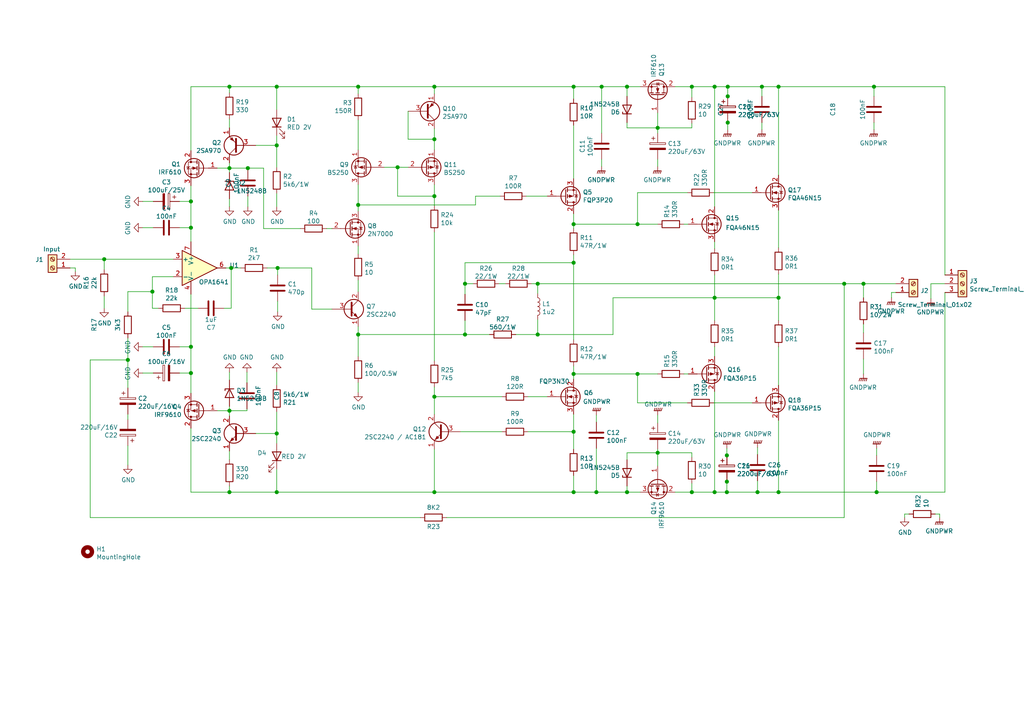
<source format=kicad_sch>
(kicad_sch (version 20211123) (generator eeschema)
  (paper "A4")
  (title_block (title "Q17") (date "2021-03-31") (rev "1") (company "by eng. Tiberiu Vicol") (comment 4 "Q17-2f a QUAD405 audiophile approach"))
  (junction (at 55.372 100.584) (diameter 1.016))
  (junction (at 80.264 42.164) (diameter 1.016))
  (junction (at 103.886 97.028) (diameter 1.016))
  (junction (at 66.548 119.126) (diameter 1.016))
  (junction (at 166.37 142.748) (diameter 1.016))
  (junction (at 66.548 142.748) (diameter 1.016))
  (junction (at 200.66 25.146) (diameter 1.016))
  (junction (at 125.984 115.062) (diameter 1.016))
  (junction (at 211.074 27.94) (diameter 1.016))
  (junction (at 55.372 108.204) (diameter 1.016))
  (junction (at 225.806 25.146) (diameter 1.016))
  (junction (at 250.444 82.296) (diameter 1.016))
  (junction (at 67.056 77.724) (diameter 1.016))
  (junction (at 125.984 25.146) (diameter 1.016))
  (junction (at 184.912 65.024) (diameter 1.016))
  (junction (at 37.084 104.394) (diameter 1.016))
  (junction (at 134.874 97.028) (diameter 1.016))
  (junction (at 244.856 82.296) (diameter 1.016))
  (junction (at 134.874 82.296) (diameter 1.016))
  (junction (at 80.264 25.146) (diameter 1.016))
  (junction (at 181.864 142.748) (diameter 1.016))
  (junction (at 253.492 25.146) (diameter 1.016))
  (junction (at 80.518 77.724) (diameter 1.016))
  (junction (at 125.984 142.748) (diameter 1.016))
  (junction (at 166.37 65.024) (diameter 1.016))
  (junction (at 44.196 84.582) (diameter 1.016))
  (junction (at 80.264 142.748) (diameter 1.016))
  (junction (at 174.498 25.146) (diameter 1.016))
  (junction (at 225.806 142.748) (diameter 1.016))
  (junction (at 211.074 25.146) (diameter 1.016))
  (junction (at 211.074 35.56) (diameter 1.016))
  (junction (at 166.37 76.2) (diameter 1.016))
  (junction (at 166.37 125.222) (diameter 1.016))
  (junction (at 155.956 97.028) (diameter 1.016))
  (junction (at 200.66 142.748) (diameter 1.016))
  (junction (at 207.264 86.36) (diameter 1.016))
  (junction (at 71.882 48.768) (diameter 1.016))
  (junction (at 115.316 48.514) (diameter 1.016))
  (junction (at 225.806 86.36) (diameter 1.016))
  (junction (at 55.372 58.42) (diameter 1.016))
  (junction (at 220.98 25.146) (diameter 1.016))
  (junction (at 166.37 25.146) (diameter 1.016))
  (junction (at 80.264 125.73) (diameter 1.016))
  (junction (at 190.754 37.084) (diameter 1.016))
  (junction (at 103.886 59.436) (diameter 1.016))
  (junction (at 210.82 139.7) (diameter 1.016))
  (junction (at 166.37 108.458) (diameter 1.016))
  (junction (at 210.82 142.748) (diameter 1.016))
  (junction (at 66.548 25.146) (diameter 1.016))
  (junction (at 184.912 108.458) (diameter 1.016))
  (junction (at 181.864 25.146) (diameter 1.016))
  (junction (at 172.974 142.748) (diameter 1.016))
  (junction (at 103.886 25.146) (diameter 1.016))
  (junction (at 30.226 75.184) (diameter 1.016))
  (junction (at 125.984 40.386) (diameter 1.016))
  (junction (at 219.71 142.748) (diameter 1.016))
  (junction (at 210.82 132.08) (diameter 1.016))
  (junction (at 207.264 142.748) (diameter 1.016))
  (junction (at 190.754 131.318) (diameter 1.016))
  (junction (at 55.372 66.04) (diameter 1.016))
  (junction (at 207.264 25.146) (diameter 1.016))
  (junction (at 125.984 56.896) (diameter 1.016))
  (junction (at 66.548 48.768) (diameter 1.016))
  (junction (at 155.956 82.296) (diameter 1.016))
  (junction (at 254.254 142.748) (diameter 1.016))
  (wire (pts (xy 220.98 35.56) (xy 220.98 37.592)))
  (wire (pts (xy 80.518 77.724) (xy 90.424 77.724)))
  (wire (pts (xy 166.37 73.914) (xy 166.37 76.2)))
  (wire (pts (xy 74.168 42.164) (xy 80.264 42.164)))
  (wire (pts (xy 80.264 42.164) (xy 80.264 39.37)))
  (wire (pts (xy 125.984 25.146) (xy 103.886 25.146)))
  (wire (pts (xy 125.984 25.146) (xy 166.37 25.146)))
  (wire (pts (xy 200.66 131.318) (xy 190.754 131.318)))
  (wire (pts (xy 200.66 132.588) (xy 200.66 131.318)))
  (wire (pts (xy 66.548 34.544) (xy 66.548 37.084)))
  (wire (pts (xy 190.754 120.396) (xy 190.754 122.682)))
  (wire (pts (xy 37.084 121.666) (xy 37.084 120.142)))
  (wire (pts (xy 37.084 134.874) (xy 37.084 129.286)))
  (wire (pts (xy 71.882 48.768) (xy 76.454 48.768)))
  (wire (pts (xy 76.454 66.294) (xy 76.454 48.768)))
  (wire (pts (xy 87.122 66.294) (xy 76.454 66.294)))
  (wire (pts (xy 96.266 66.294) (xy 94.742 66.294)))
  (wire (pts (xy 20.32 77.724) (xy 21.844 77.724)))
  (wire (pts (xy 21.844 77.724) (xy 21.844 78.74)))
  (wire (pts (xy 200.66 25.146) (xy 200.66 28.194)))
  (wire (pts (xy 37.084 98.044) (xy 37.084 104.394)))
  (wire (pts (xy 37.084 104.394) (xy 37.084 112.522)))
  (wire (pts (xy 184.912 116.84) (xy 184.912 108.458)))
  (wire (pts (xy 199.39 116.84) (xy 184.912 116.84)))
  (wire (pts (xy 80.264 125.73) (xy 80.264 119.38)))
  (wire (pts (xy 80.264 25.146) (xy 103.886 25.146)))
  (wire (pts (xy 166.37 120.142) (xy 166.37 125.222)))
  (wire (pts (xy 166.37 125.222) (xy 166.37 130.302)))
  (wire (pts (xy 44.196 80.264) (xy 50.292 80.264)))
  (wire (pts (xy 44.196 84.582) (xy 44.196 80.264)))
  (wire (pts (xy 44.196 89.408) (xy 44.196 84.582)))
  (wire (pts (xy 45.974 89.408) (xy 44.196 89.408)))
  (wire (pts (xy 134.874 76.2) (xy 166.37 76.2)))
  (wire (pts (xy 134.874 82.296) (xy 134.874 76.2)))
  (wire (pts (xy 185.674 25.146) (xy 181.864 25.146)))
  (wire (pts (xy 66.548 47.244) (xy 66.548 48.768)))
  (wire (pts (xy 66.548 48.768) (xy 66.548 50.038)))
  (wire (pts (xy 65.024 89.408) (xy 67.056 89.408)))
  (wire (pts (xy 67.056 89.408) (xy 67.056 77.724)))
  (wire (pts (xy 190.754 46.228) (xy 190.754 48.26)))
  (wire (pts (xy 125.984 67.31) (xy 125.984 104.648)))
  (wire (pts (xy 190.754 32.766) (xy 190.754 37.084)))
  (wire (pts (xy 190.754 37.084) (xy 190.754 38.608)))
  (wire (pts (xy 190.754 37.084) (xy 200.66 37.084)))
  (wire (pts (xy 200.66 37.084) (xy 200.66 35.814)))
  (wire (pts (xy 172.974 122.428) (xy 172.974 120.396)))
  (wire (pts (xy 55.372 124.206) (xy 55.372 142.748)))
  (wire (pts (xy 158.75 56.896) (xy 152.654 56.896)))
  (wire (pts (xy 26.162 104.394) (xy 37.084 104.394)))
  (wire (pts (xy 26.162 150.114) (xy 26.162 104.394)))
  (wire (pts (xy 121.92 150.114) (xy 26.162 150.114)))
  (wire (pts (xy 210.82 142.748) (xy 219.71 142.748)))
  (wire (pts (xy 219.71 142.748) (xy 225.806 142.748)))
  (wire (pts (xy 225.806 142.748) (xy 254.254 142.748)))
  (wire (pts (xy 254.254 139.7) (xy 254.254 142.748)))
  (wire (pts (xy 125.984 37.338) (xy 125.984 40.386)))
  (wire (pts (xy 134.874 82.296) (xy 134.874 85.344)))
  (wire (pts (xy 137.16 82.296) (xy 134.874 82.296)))
  (wire (pts (xy 166.37 36.322) (xy 166.37 51.816)))
  (wire (pts (xy 55.372 85.344) (xy 55.372 100.584)))
  (wire (pts (xy 55.372 100.584) (xy 55.372 108.204)))
  (wire (pts (xy 55.372 108.204) (xy 55.372 114.046)))
  (wire (pts (xy 219.71 139.446) (xy 219.71 142.748)))
  (wire (pts (xy 66.548 140.97) (xy 66.548 142.748)))
  (wire (pts (xy 225.806 25.146) (xy 253.492 25.146)))
  (wire (pts (xy 253.492 27.94) (xy 253.492 25.146)))
  (wire (pts (xy 52.07 108.204) (xy 55.372 108.204)))
  (wire (pts (xy 90.424 89.662) (xy 90.424 77.724)))
  (wire (pts (xy 96.266 89.662) (xy 90.424 89.662)))
  (wire (pts (xy 207.264 86.36) (xy 225.806 86.36)))
  (wire (pts (xy 144.78 82.296) (xy 146.558 82.296)))
  (wire (pts (xy 154.178 82.296) (xy 155.956 82.296)))
  (wire (pts (xy 155.956 85.09) (xy 155.956 82.296)))
  (wire (pts (xy 274.066 142.748) (xy 254.254 142.748)))
  (wire (pts (xy 258.572 84.836) (xy 259.842 84.836)))
  (wire (pts (xy 258.572 86.36) (xy 258.572 84.836)))
  (wire (pts (xy 55.372 53.848) (xy 55.372 58.42)))
  (wire (pts (xy 55.372 58.42) (xy 55.372 66.04)))
  (wire (pts (xy 55.372 66.04) (xy 55.372 70.104)))
  (wire (pts (xy 125.984 115.062) (xy 145.542 115.062)))
  (wire (pts (xy 153.162 115.062) (xy 158.75 115.062)))
  (wire (pts (xy 244.856 82.296) (xy 244.856 150.114)))
  (wire (pts (xy 244.856 150.114) (xy 129.54 150.114)))
  (wire (pts (xy 52.07 66.04) (xy 55.372 66.04)))
  (wire (pts (xy 149.606 97.028) (xy 155.956 97.028)))
  (wire (pts (xy 155.956 92.71) (xy 155.956 97.028)))
  (wire (pts (xy 198.374 65.024) (xy 199.644 65.024)))
  (wire (pts (xy 198.374 108.458) (xy 199.644 108.458)))
  (wire (pts (xy 41.402 66.04) (xy 44.45 66.04)))
  (wire (pts (xy 174.498 25.146) (xy 166.37 25.146)))
  (wire (pts (xy 181.864 25.146) (xy 174.498 25.146)))
  (wire (pts (xy 200.66 25.146) (xy 195.834 25.146)))
  (wire (pts (xy 207.264 25.146) (xy 200.66 25.146)))
  (wire (pts (xy 207.264 59.944) (xy 207.264 25.146)))
  (wire (pts (xy 166.37 25.146) (xy 166.37 28.702)))
  (wire (pts (xy 71.628 118.618) (xy 71.628 119.126)))
  (wire (pts (xy 71.628 119.126) (xy 66.548 119.126)))
  (wire (pts (xy 184.912 55.88) (xy 184.912 65.024)))
  (wire (pts (xy 199.39 55.88) (xy 184.912 55.88)))
  (wire (pts (xy 155.956 97.028) (xy 177.8 97.028)))
  (wire (pts (xy 177.8 86.36) (xy 207.264 86.36)))
  (wire (pts (xy 177.8 97.028) (xy 177.8 86.36)))
  (wire (pts (xy 200.66 140.208) (xy 200.66 142.748)))
  (wire (pts (xy 207.264 70.104) (xy 207.264 72.136)))
  (wire (pts (xy 207.264 79.756) (xy 207.264 86.36)))
  (wire (pts (xy 207.264 86.36) (xy 207.264 92.964)))
  (wire (pts (xy 207.264 100.584) (xy 207.264 103.378)))
  (wire (pts (xy 125.984 112.268) (xy 125.984 115.062)))
  (wire (pts (xy 133.604 125.222) (xy 145.542 125.222)))
  (wire (pts (xy 153.162 125.222) (xy 166.37 125.222)))
  (wire (pts (xy 274.066 84.836) (xy 274.066 142.748)))
  (wire (pts (xy 66.548 110.236) (xy 66.548 107.95)))
  (wire (pts (xy 41.402 100.584) (xy 44.45 100.584)))
  (wire (pts (xy 166.37 106.172) (xy 166.37 108.458)))
  (wire (pts (xy 166.37 108.458) (xy 166.37 109.982)))
  (wire (pts (xy 125.984 115.062) (xy 125.984 120.142)))
  (wire (pts (xy 181.864 35.56) (xy 181.864 37.084)))
  (wire (pts (xy 181.864 37.084) (xy 190.754 37.084)))
  (wire (pts (xy 253.492 35.56) (xy 253.492 37.592)))
  (wire (pts (xy 80.264 111.76) (xy 80.264 107.95)))
  (wire (pts (xy 166.37 76.2) (xy 166.37 98.552)))
  (wire (pts (xy 103.886 53.594) (xy 103.886 59.436)))
  (wire (pts (xy 103.886 59.436) (xy 103.886 61.214)))
  (wire (pts (xy 103.886 71.374) (xy 103.886 73.66)))
  (wire (pts (xy 103.886 81.28) (xy 103.886 84.582)))
  (wire (pts (xy 77.47 77.724) (xy 80.518 77.724)))
  (wire (pts (xy 80.518 77.724) (xy 80.518 79.756)))
  (wire (pts (xy 71.882 48.768) (xy 66.548 48.768)))
  (wire (pts (xy 71.882 49.276) (xy 71.882 48.768)))
  (wire (pts (xy 125.984 40.386) (xy 125.984 43.434)))
  (wire (pts (xy 30.226 75.184) (xy 30.226 78.232)))
  (wire (pts (xy 50.292 75.184) (xy 30.226 75.184)))
  (wire (pts (xy 134.874 92.964) (xy 134.874 97.028)))
  (wire (pts (xy 134.874 97.028) (xy 141.986 97.028)))
  (wire (pts (xy 220.98 25.146) (xy 220.98 27.94)))
  (wire (pts (xy 80.264 56.134) (xy 80.264 59.944)))
  (wire (pts (xy 166.37 108.458) (xy 184.912 108.458)))
  (wire (pts (xy 184.912 108.458) (xy 190.754 108.458)))
  (wire (pts (xy 52.07 58.42) (xy 55.372 58.42)))
  (wire (pts (xy 115.316 48.514) (xy 111.506 48.514)))
  (wire (pts (xy 30.226 85.852) (xy 30.226 89.408)))
  (wire (pts (xy 125.984 25.146) (xy 125.984 27.178)))
  (wire (pts (xy 225.806 121.92) (xy 225.806 142.748)))
  (wire (pts (xy 172.974 142.748) (xy 166.37 142.748)))
  (wire (pts (xy 200.66 142.748) (xy 195.834 142.748)))
  (wire (pts (xy 207.264 113.538) (xy 207.264 142.748)))
  (wire (pts (xy 207.264 142.748) (xy 200.66 142.748)))
  (wire (pts (xy 207.01 116.84) (xy 218.186 116.84)))
  (wire (pts (xy 125.984 130.302) (xy 125.984 142.748)))
  (wire (pts (xy 125.984 142.748) (xy 166.37 142.748)))
  (wire (pts (xy 166.37 142.748) (xy 166.37 137.922)))
  (wire (pts (xy 250.444 82.296) (xy 259.842 82.296)))
  (wire (pts (xy 118.364 32.258) (xy 118.364 40.386)))
  (wire (pts (xy 254.254 132.08) (xy 254.254 130.048)))
  (wire (pts (xy 66.548 120.65) (xy 66.548 119.126)))
  (wire (pts (xy 55.372 25.146) (xy 66.548 25.146)))
  (wire (pts (xy 55.372 43.688) (xy 55.372 25.146)))
  (wire (pts (xy 172.974 130.048) (xy 172.974 142.748)))
  (wire (pts (xy 37.084 84.582) (xy 37.084 90.424)))
  (wire (pts (xy 44.196 84.582) (xy 37.084 84.582)))
  (wire (pts (xy 66.548 25.146) (xy 80.264 25.146)))
  (wire (pts (xy 66.548 26.924) (xy 66.548 25.146)))
  (wire (pts (xy 80.264 25.146) (xy 80.264 31.75)))
  (wire (pts (xy 181.864 140.97) (xy 181.864 142.748)))
  (wire (pts (xy 53.594 89.408) (xy 57.404 89.408)))
  (wire (pts (xy 115.316 56.896) (xy 115.316 48.514)))
  (wire (pts (xy 125.984 56.896) (xy 115.316 56.896)))
  (wire (pts (xy 137.922 56.896) (xy 145.034 56.896)))
  (wire (pts (xy 103.886 110.998) (xy 103.886 113.792)))
  (wire (pts (xy 210.82 139.7) (xy 210.82 142.748)))
  (wire (pts (xy 210.82 142.748) (xy 207.264 142.748)))
  (wire (pts (xy 55.372 142.748) (xy 66.548 142.748)))
  (wire (pts (xy 80.264 142.748) (xy 80.264 136.144)))
  (wire (pts (xy 65.532 77.724) (xy 67.056 77.724)))
  (wire (pts (xy 67.056 77.724) (xy 69.85 77.724)))
  (wire (pts (xy 190.754 130.302) (xy 190.754 131.318)))
  (wire (pts (xy 190.754 131.318) (xy 190.754 135.128)))
  (wire (pts (xy 172.974 142.748) (xy 181.864 142.748)))
  (wire (pts (xy 181.864 142.748) (xy 185.674 142.748)))
  (wire (pts (xy 115.316 48.514) (xy 118.364 48.514)))
  (wire (pts (xy 155.956 82.296) (xy 244.856 82.296)))
  (wire (pts (xy 244.856 82.296) (xy 250.444 82.296)))
  (wire (pts (xy 250.444 82.296) (xy 250.444 86.36)))
  (wire (pts (xy 20.32 75.184) (xy 30.226 75.184)))
  (wire (pts (xy 174.498 25.146) (xy 174.498 38.608)))
  (wire (pts (xy 66.548 119.126) (xy 66.548 117.856)))
  (wire (pts (xy 137.922 56.896) (xy 137.922 59.436)))
  (wire (pts (xy 137.922 59.436) (xy 103.886 59.436)))
  (wire (pts (xy 271.272 149.098) (xy 272.542 149.098)))
  (wire (pts (xy 272.542 149.098) (xy 272.542 150.114)))
  (wire (pts (xy 262.382 149.098) (xy 263.652 149.098)))
  (wire (pts (xy 262.382 150.114) (xy 262.382 149.098)))
  (wire (pts (xy 52.07 100.584) (xy 55.372 100.584)))
  (wire (pts (xy 103.886 97.028) (xy 103.886 103.378)))
  (wire (pts (xy 134.874 97.028) (xy 103.886 97.028)))
  (wire (pts (xy 62.992 119.126) (xy 66.548 119.126)))
  (wire (pts (xy 274.066 25.146) (xy 253.492 25.146)))
  (wire (pts (xy 270.002 82.296) (xy 270.002 86.614)))
  (wire (pts (xy 274.066 82.296) (xy 270.002 82.296)))
  (wire (pts (xy 166.37 61.976) (xy 166.37 65.024)))
  (wire (pts (xy 166.37 65.024) (xy 166.37 66.294)))
  (wire (pts (xy 41.402 108.204) (xy 44.45 108.204)))
  (wire (pts (xy 41.402 58.42) (xy 44.45 58.42)))
  (wire (pts (xy 80.264 125.73) (xy 80.264 128.524)))
  (wire (pts (xy 80.264 142.748) (xy 125.984 142.748)))
  (wire (pts (xy 274.066 25.146) (xy 274.066 79.756)))
  (wire (pts (xy 80.264 42.164) (xy 80.264 48.514)))
  (wire (pts (xy 71.882 59.944) (xy 71.882 56.896)))
  (wire (pts (xy 181.864 131.318) (xy 190.754 131.318)))
  (wire (pts (xy 181.864 133.35) (xy 181.864 131.318)))
  (wire (pts (xy 66.548 57.658) (xy 66.548 59.944)))
  (wire (pts (xy 219.71 131.826) (xy 219.71 129.794)))
  (wire (pts (xy 125.984 53.594) (xy 125.984 56.896)))
  (wire (pts (xy 125.984 56.896) (xy 125.984 59.69)))
  (wire (pts (xy 225.806 25.146) (xy 225.806 50.8)))
  (wire (pts (xy 71.628 107.95) (xy 71.628 110.998)))
  (wire (pts (xy 74.168 125.73) (xy 80.264 125.73)))
  (wire (pts (xy 250.444 104.14) (xy 250.444 108.458)))
  (wire (pts (xy 207.01 55.88) (xy 218.186 55.88)))
  (wire (pts (xy 62.992 48.768) (xy 66.548 48.768)))
  (wire (pts (xy 80.518 87.376) (xy 80.518 90.424)))
  (wire (pts (xy 225.806 60.96) (xy 225.806 71.882)))
  (wire (pts (xy 225.806 79.502) (xy 225.806 86.36)))
  (wire (pts (xy 225.806 86.36) (xy 225.806 92.964)))
  (wire (pts (xy 225.806 100.584) (xy 225.806 111.76)))
  (wire (pts (xy 250.444 93.98) (xy 250.444 96.52)))
  (wire (pts (xy 211.074 35.56) (xy 211.074 37.592)))
  (wire (pts (xy 181.864 25.146) (xy 181.864 27.94)))
  (wire (pts (xy 166.37 65.024) (xy 184.912 65.024)))
  (wire (pts (xy 184.912 65.024) (xy 190.754 65.024)))
  (wire (pts (xy 103.886 94.742) (xy 103.886 97.028)))
  (wire (pts (xy 174.498 46.228) (xy 174.498 48.26)))
  (wire (pts (xy 66.548 142.748) (xy 80.264 142.748)))
  (wire (pts (xy 210.82 132.08) (xy 210.82 130.048)))
  (wire (pts (xy 103.886 34.798) (xy 103.886 43.434)))
  (wire (pts (xy 125.984 40.386) (xy 118.364 40.386)))
  (wire (pts (xy 211.074 25.146) (xy 207.264 25.146)))
  (wire (pts (xy 211.074 25.146) (xy 220.98 25.146)))
  (wire (pts (xy 211.074 27.94) (xy 211.074 25.146)))
  (wire (pts (xy 220.98 25.146) (xy 225.806 25.146)))
  (wire (pts (xy 66.548 133.35) (xy 66.548 130.81)))
  (wire (pts (xy 103.886 25.146) (xy 103.886 27.178)))
  (symbol (lib_id "Device:Q_NPN_ECB") (at 128.524 125.222 0) (mirror y) (unit 1)
    (property "Reference" "Q12" (at 123.6726 124.4611 0) (effects (justify left)))
    (property "Value" "2SC2240 / AC181" (at 123.6726 126.7598 0) (effects (justify left)))
    (property "Footprint" "Package_TO_SOT_THT:TO-92" (effects hide))
  )
  (symbol (lib_id "Device:R") (at 166.37 134.112 0) (unit 1)
    (property "Reference" "R13" (at 168.1481 132.9626 0) (effects (justify left)))
    (property "Value" "10R" (at 168.1481 135.2613 0) (effects (justify left)))
    (property "Footprint" "Resistor_THT:R_Axial_DIN0207_L6.3mm_D2.5mm_P10.16mm_Horizontal" (effects hide))
  )
  (symbol (lib_id "Device:C_Polarized") (at 211.074 31.75 0) (unit 1)
    (property "Reference" "C20" (at 213.9951 30.9891 0) (effects (justify left)))
    (property "Value" "2200uF/63V" (at 213.9951 33.2878 0) (effects (justify left)))
    (property "Footprint" "Capacitor_THT:CP_Radial_D22.0mm_P10.00mm_SnapIn" (effects hide))
  )
  (symbol (lib_id "power:GND") (at 30.226 89.408 0) (unit 1)
    (property "Reference" "#PWR0113" (effects hide))
    (property "Value" "GND" (at 30.3403 93.7324 0))
  )
  (symbol (lib_id "Device:C_Polarized") (at 210.82 135.89 0) (unit 1)
    (property "Reference" "C21" (at 213.7411 135.1291 0) (effects (justify left)))
    (property "Value" "2200uF/63V" (at 213.7411 137.4278 0) (effects (justify left)))
    (property "Footprint" "Capacitor_THT:CP_Radial_D22.0mm_P10.00mm_SnapIn" (effects hide))
  )
  (symbol (lib_id "Device:Q_PNP_ECB") (at 123.444 32.258 0) (mirror x) (unit 1)
    (property "Reference" "Q10" (at 128.2955 31.4971 0) (effects (justify left)))
    (property "Value" "2SA970" (at 128.2955 33.7958 0) (effects (justify left)))
    (property "Footprint" "Package_TO_SOT_THT:TO-92" (effects hide))
  )
  (symbol (lib_id "Device:R") (at 250.444 90.17 0) (unit 1)
    (property "Reference" "R31" (at 252.2221 89.0206 0) (effects (justify left)))
    (property "Value" "10/2W" (at 252.222 91.319 0) (effects (justify left)))
    (property "Footprint" "Resistor_THT:R_Axial_DIN0309_L9.0mm_D3.2mm_P12.70mm_Horizontal" (effects hide))
  )
  (symbol (lib_id "Device:C") (at 48.26 66.04 90) (unit 1)
    (property "Reference" "C4" (at 48.26 60.4478 90))
    (property "Value" "100nF" (at 48.26 62.7465 90))
    (property "Footprint" "Capacitor_THT:C_Disc_D7.5mm_W2.5mm_P5.00mm" (effects hide))
    (property "Datasheet" "https://ro.mouser.com/datasheet/2/212/1/KEM_F3101_R82-1103738.pdf" (effects hide))
    (property "Spice_Primitive" "C" (effects hide))
    (property "Spice_Model" "100n" (effects hide))
    (property "Spice_Netlist_Enabled" "Y" (effects hide))
  )
  (symbol (lib_name "Connector:Screw_Terminal_01x02_1") (lib_id "Connector:Screw_Terminal_01x02") (at 264.922 84.836 0) (mirror x) (unit 1)
    (property "Reference" "J2" (at 266.9541 84.3269 0) (effects (justify left)))
    (property "Value" "Screw_Terminal_01x02" (at 260.3501 88.3782 0) (effects (justify left)))
    (property "Footprint" "Connector_AMASS:AMASS_XT30U-F_1x02_P5.0mm_Vertical" (effects hide))
  )
  (symbol (lib_id "power:GND") (at 37.084 134.874 0) (unit 1)
    (property "Reference" "#PWR0107" (effects hide))
    (property "Value" "GND" (at 37.1983 139.1984 0))
  )
  (symbol (lib_id "Device:R") (at 73.66 77.724 90) (unit 1)
    (property "Reference" "R1" (at 73.66 72.4978 90))
    (property "Value" "2k7" (at 73.66 74.7965 90))
    (property "Footprint" "Resistor_THT:R_Axial_DIN0207_L6.3mm_D2.5mm_P10.16mm_Horizontal" (effects hide))
  )
  (symbol (lib_id "power:GNDPWR") (at 190.754 120.396 180) (unit 1)
    (property "Reference" "#PWR0121" (effects hide))
    (property "Value" "GNDPWR" (at 190.881 117.255 0))
  )
  (symbol (lib_id "Device:C") (at 172.974 126.238 0) (unit 1)
    (property "Reference" "C12" (at 175.8951 125.4771 0) (effects (justify left)))
    (property "Value" "100nF" (at 175.8951 127.7758 0) (effects (justify left)))
    (property "Footprint" "Capacitor_THT:C_Disc_D7.5mm_W2.5mm_P5.00mm" (effects hide))
    (property "Datasheet" "https://ro.mouser.com/datasheet/2/212/1/KEM_F3101_R82-1103738.pdf" (effects hide))
    (property "Spice_Primitive" "C" (effects hide))
    (property "Spice_Model" "100n" (effects hide))
    (property "Spice_Netlist_Enabled" "Y" (effects hide))
  )
  (symbol (lib_id "Device:R") (at 166.37 70.104 0) (unit 1)
    (property "Reference" "R11" (at 168.1481 68.9546 0) (effects (justify left)))
    (property "Value" "47R/1W" (at 168.1481 71.2533 0) (effects (justify left)))
    (property "Footprint" "Resistor_THT:R_Axial_DIN0411_L9.9mm_D3.6mm_P12.70mm_Horizontal" (effects hide))
  )
  (symbol (lib_id "Device:R") (at 149.352 125.222 90) (unit 1)
    (property "Reference" "R9" (at 149.352 119.9958 90))
    (property "Value" "100R" (at 149.352 122.295 90))
    (property "Footprint" "Resistor_THT:R_Axial_DIN0207_L6.3mm_D2.5mm_P10.16mm_Horizontal" (effects hide))
  )
  (symbol (lib_id "Device:R") (at 80.264 115.57 0) (mirror x) (unit 1)
    (property "Reference" "R21" (at 82.0421 116.7194 0) (effects (justify left)))
    (property "Value" "5k6/1W" (at 82.042 114.421 0) (effects (justify left)))
    (property "Footprint" "Resistor_THT:R_Axial_DIN0207_L6.3mm_D2.5mm_P10.16mm_Horizontal" (effects hide))
  )
  (symbol (lib_id "Device:LED") (at 80.264 35.56 90) (unit 1)
    (property "Reference" "D1" (at 83.1851 34.6011 90) (effects (justify right)))
    (property "Value" "RED 2V" (at 83.1851 36.8998 90) (effects (justify right)))
    (property "Footprint" "LED_THT:LED_D5.0mm_Clear" (effects hide))
  )
  (symbol (lib_id "Device:Q_NPN_ECB") (at 69.088 125.73 0) (mirror y) (unit 1)
    (property "Reference" "Q3" (at 64.2366 124.9691 0) (effects (justify left)))
    (property "Value" "2SC2240" (at 64.2366 127.2678 0) (effects (justify left)))
    (property "Footprint" "Package_TO_SOT_THT:TO-92" (effects hide))
  )
  (symbol (lib_id "Device:C_Polarized") (at 210.82 135.89 0) (unit 1)
    (property "Reference" "C16" (at 213.7411 135.1291 0) (effects (justify left)))
    (property "Value" "2200uF/63V" (at 213.7411 137.4278 0) (effects (justify left)))
    (property "Footprint" "Capacitor_THT:CP_Radial_D18.0mm_P7.50mm" (effects hide))
  )
  (symbol (lib_id "Device:R") (at 194.564 108.458 90) (unit 1)
    (property "Reference" "R15" (at 193.4146 106.6799 0) (effects (justify left)))
    (property "Value" "330R" (at 195.7133 106.6799 0) (effects (justify left)))
    (property "Footprint" "Resistor_THT:R_Axial_DIN0207_L6.3mm_D2.5mm_P10.16mm_Horizontal" (effects hide))
  )
  (symbol (lib_id "power:GNDPWR") (at 172.974 120.396 180) (unit 1)
    (property "Reference" "#PWR0120" (effects hide))
    (property "Value" "GNDPWR" (at 173.101 116.478 0))
  )
  (symbol (lib_id "Device:C") (at 174.498 42.418 180) (unit 1)
    (property "Reference" "C11" (at 168.9058 42.418 90))
    (property "Value" "100nF" (at 171.2045 42.418 90))
    (property "Footprint" "Capacitor_THT:C_Disc_D7.5mm_W2.5mm_P5.00mm" (effects hide))
    (property "Datasheet" "https://ro.mouser.com/datasheet/2/212/1/KEM_F3101_R82-1103738.pdf" (effects hide))
    (property "Spice_Primitive" "C" (effects hide))
    (property "Spice_Model" "100n" (effects hide))
    (property "Spice_Netlist_Enabled" "Y" (effects hide))
  )
  (symbol (lib_id "Device:C") (at 220.98 31.75 180) (unit 1)
    (property "Reference" "C27" (at 209.0378 31.75 90))
    (property "Value" "100nF" (at 217.6865 31.75 90))
    (property "Footprint" "Capacitor_THT:C_Disc_D7.5mm_W2.5mm_P5.00mm" (effects hide))
    (property "Datasheet" "https://ro.mouser.com/datasheet/2/212/1/KEM_F3101_R82-1103738.pdf" (effects hide))
    (property "Spice_Primitive" "C" (effects hide))
    (property "Spice_Model" "100n" (effects hide))
    (property "Spice_Netlist_Enabled" "Y" (effects hide))
  )
  (symbol (lib_id "power:GND") (at 262.382 150.114 0) (unit 1)
    (property "Reference" "#PWR0124" (effects hide))
    (property "Value" "GND" (at 262.4963 154.4384 0))
  )
  (symbol (lib_id "power:GNDPWR") (at 270.002 86.614 0) (unit 1)
    (property "Reference" "#PWR0128" (effects hide))
    (property "Value" "GNDPWR" (at 269.875 90.532 0))
  )
  (symbol (lib_id "Device:C") (at 71.882 53.086 180) (unit 1)
    (property "Reference" "C9" (at 66.2898 53.086 90))
    (property "Value" "100nF" (at 68.5885 53.086 90))
    (property "Footprint" "Capacitor_THT:C_Disc_D7.5mm_W2.5mm_P5.00mm" (effects hide))
    (property "Datasheet" "https://ro.mouser.com/datasheet/2/212/1/KEM_F3101_R82-1103738.pdf" (effects hide))
    (property "Spice_Primitive" "C" (effects hide))
    (property "Spice_Model" "100n" (effects hide))
    (property "Spice_Netlist_Enabled" "Y" (effects hide))
  )
  (symbol (lib_id "power:GND") (at 21.844 78.74 0) (unit 1)
    (property "Reference" "#PWR0114" (effects hide))
    (property "Value" "GND" (at 21.9583 83.0644 0))
  )
  (symbol (lib_id "power:GNDPWR") (at 219.71 129.794 180) (unit 1)
    (property "Reference" "#PWR0132" (effects hide))
    (property "Value" "GNDPWR" (at 219.837 125.876 0))
  )
  (symbol (lib_id "Device:LED") (at 80.264 132.334 270) (mirror x) (unit 1)
    (property "Reference" "D4" (at 77.3429 131.3751 90) (effects (justify right)))
    (property "Value" "RED 2V" (at 88.7729 132.4038 90) (effects (justify right)))
    (property "Footprint" "LED_THT:LED_D5.0mm_Clear" (effects hide))
  )
  (symbol (lib_id "Device:R") (at 194.564 65.024 90) (unit 1)
    (property "Reference" "R14" (at 193.4146 63.2459 0) (effects (justify left)))
    (property "Value" "330R" (at 195.7133 63.2459 0) (effects (justify left)))
    (property "Footprint" "Resistor_THT:R_Axial_DIN0207_L6.3mm_D2.5mm_P10.16mm_Horizontal" (effects hide))
  )
  (symbol (lib_id "Device:R") (at 203.2 55.88 90) (unit 1)
    (property "Reference" "R22" (at 202.0506 54.1019 0) (effects (justify left)))
    (property "Value" "330R" (at 204.3493 54.1019 0) (effects (justify left)))
    (property "Footprint" "Resistor_THT:R_Axial_DIN0207_L6.3mm_D2.5mm_P10.16mm_Horizontal" (effects hide))
  )
  (symbol (lib_id "Device:R") (at 166.37 32.512 0) (unit 1)
    (property "Reference" "R10" (at 168.1481 31.3626 0) (effects (justify left)))
    (property "Value" "10R" (at 168.1481 33.6613 0) (effects (justify left)))
    (property "Footprint" "Resistor_THT:R_Axial_DIN0207_L6.3mm_D2.5mm_P10.16mm_Horizontal" (effects hide))
  )
  (symbol (lib_id "power:GNDPWR") (at 210.82 130.048 180) (unit 1)
    (property "Reference" "#PWR0125" (effects hide))
    (property "Value" "GNDPWR" (at 210.947 126.13 0))
  )
  (symbol (lib_id "Device:R") (at 140.97 82.296 90) (unit 1)
    (property "Reference" "R26" (at 140.97 77.8468 90))
    (property "Value" "22/1W" (at 140.97 80.1455 90))
    (property "Footprint" "Resistor_THT:R_Axial_DIN0207_L6.3mm_D2.5mm_P10.16mm_Horizontal" (effects hide))
  )
  (symbol (lib_id "Device:D_Zener") (at 181.864 31.75 90) (unit 1)
    (property "Reference" "D6" (at 179.8319 32.5109 90) (effects (justify left)))
    (property "Value" "1N5245B" (at 179.8319 30.2122 90) (effects (justify left)))
    (property "Footprint" "Diode_THT:D_DO-35_SOD27_P7.62mm_Horizontal" (effects hide))
  )
  (symbol (lib_id "Device:R") (at 30.226 82.042 180) (unit 1)
    (property "Reference" "R16" (at 24.9998 82.042 90))
    (property "Value" "22k" (at 27.2985 82.042 90))
    (property "Footprint" "Resistor_THT:R_Axial_DIN0207_L6.3mm_D2.5mm_P10.16mm_Horizontal" (effects hide))
  )
  (symbol (lib_id "power:GNDPWR") (at 211.074 37.592 0) (unit 1)
    (property "Reference" "#PWR0118" (effects hide))
    (property "Value" "GNDPWR" (at 210.947 41.51 0))
  )
  (symbol (lib_id "Device:Q_NPN_ECB") (at 101.346 89.662 0) (unit 1)
    (property "Reference" "Q7" (at 106.1975 88.9011 0) (effects (justify left)))
    (property "Value" "2SC2240" (at 106.1975 91.1998 0) (effects (justify left)))
    (property "Footprint" "Package_TO_SOT_THT:TO-92" (effects hide))
  )
  (symbol (lib_id "Device:C_Polarized") (at 37.084 125.476 180) (unit 1)
    (property "Reference" "C22" (at 34.1629 126.2369 0) (effects (justify left)))
    (property "Value" "220uF/16V" (at 34.1629 123.9382 0) (effects (justify left)))
    (property "Footprint" "Capacitor_THT:C_Radial_D10.0mm_H12.5mm_P5.00mm" (effects hide))
  )
  (symbol (lib_id "Device:C") (at 61.214 89.408 270) (unit 1)
    (property "Reference" "C7" (at 61.214 95.0002 90))
    (property "Value" "1uF" (at 61.214 92.7015 90))
    (property "Footprint" "Capacitor_THT:CP_Axial_L26.5mm_D20.0mm_P33.00mm_Horizontal" (effects hide))
  )
  (symbol (lib_id "Device:C_Polarized") (at 48.26 108.204 90) (unit 1)
    (property "Reference" "C6" (at 48.26 102.6118 90))
    (property "Value" "100uF/16V" (at 48.26 104.9105 90))
    (property "Footprint" "Capacitor_THT:C_Radial_D10.0mm_H12.5mm_P5.00mm" (effects hide))
  )
  (symbol (lib_id "Device:Q_NMOS_GDS") (at 204.724 65.024 0) (unit 1)
    (property "Reference" "Q15" (at 210.4391 63.2471 0) (effects (justify left)))
    (property "Value" "FQA46N15" (at 210.4391 66.0538 0) (effects (justify left)))
    (property "Footprint" "Package_TO_SOT_THT:TO-3P-3_Horizontal_TabDown" (effects hide))
  )
  (symbol (lib_id "Device:C_Polarized") (at 190.754 42.418 0) (unit 1)
    (property "Reference" "C13" (at 193.6751 41.6571 0) (effects (justify left)))
    (property "Value" "220uF/63V" (at 193.6751 43.9558 0) (effects (justify left)))
    (property "Footprint" "Capacitor_THT:CP_Radial_D10.0mm_P5.00mm_P7.50mm" (effects hide))
  )
  (symbol (lib_id "Device:L") (at 155.956 88.9 0) (unit 1)
    (property "Reference" "L1" (at 157.2261 88.1391 0) (effects (justify left)))
    (property "Value" "1u2" (at 157.2261 90.4378 0) (effects (justify left)))
    (property "Footprint" "L:L_new" (effects hide))
  )
  (symbol (lib_id "Device:R") (at 66.548 30.734 0) (unit 1)
    (property "Reference" "R19" (at 68.3261 29.5846 0) (effects (justify left)))
    (property "Value" "330" (at 68.326 31.883 0) (effects (justify left)))
    (property "Footprint" "Resistor_THT:R_Axial_DIN0207_L6.3mm_D2.5mm_P10.16mm_Horizontal" (effects hide))
  )
  (symbol (lib_id "Device:C_Polarized") (at 37.084 116.332 0) (unit 1)
    (property "Reference" "C2" (at 40.0051 115.5711 0) (effects (justify left)))
    (property "Value" "220uF/16V" (at 40.0051 117.8698 0) (effects (justify left)))
    (property "Footprint" "Capacitor_THT:C_Radial_D10.0mm_H12.5mm_P5.00mm" (effects hide))
  )
  (symbol (lib_id "Device:R") (at 145.796 97.028 90) (unit 1)
    (property "Reference" "R27" (at 145.796 92.5788 90))
    (property "Value" "560/1W" (at 145.796 94.8775 90))
    (property "Footprint" "Resistor_THT:R_Axial_DIN0207_L6.3mm_D2.5mm_P10.16mm_Horizontal" (effects hide))
  )
  (symbol (lib_id "Device:R") (at 166.37 102.362 0) (unit 1)
    (property "Reference" "R12" (at 168.1481 101.2126 0) (effects (justify left)))
    (property "Value" "47R/1W" (at 168.1481 103.5113 0) (effects (justify left)))
    (property "Footprint" "Resistor_THT:R_Axial_DIN0411_L9.9mm_D3.6mm_P12.70mm_Horizontal" (effects hide))
  )
  (symbol (lib_id "Device:C") (at 80.518 83.566 0) (unit 1)
    (property "Reference" "C1" (at 83.4391 82.4166 0) (effects (justify left)))
    (property "Value" "470p" (at 83.4391 84.7153 0) (effects (justify left)))
    (property "Footprint" "Capacitor_THT:C_Disc_D11.0mm_W5.0mm_P7.50mm" (effects hide))
  )
  (symbol (lib_id "Device:R") (at 80.264 52.324 0) (unit 1)
    (property "Reference" "R2" (at 82.0421 51.1746 0) (effects (justify left)))
    (property "Value" "5k6/1W" (at 82.042 53.473 0) (effects (justify left)))
    (property "Footprint" "Resistor_THT:R_Axial_DIN0207_L6.3mm_D2.5mm_P10.16mm_Horizontal" (effects hide))
  )
  (symbol (lib_id "Device:R") (at 207.264 75.946 0) (unit 1)
    (property "Reference" "R34" (at 209.0421 75.1851 0) (effects (justify left)))
    (property "Value" "0R1" (at 209.0421 77.4838 0) (effects (justify left)))
    (property "Footprint" "Resistor_THT:R_Axial_DIN0414_L11.9mm_D4.5mm_P5.08mm_Vertical" (effects hide))
  )
  (symbol (lib_id "power:GND") (at 66.548 59.944 0) (unit 1)
    (property "Reference" "#PWR0110" (effects hide))
    (property "Value" "GND" (at 66.6623 64.2684 0))
  )
  (symbol (lib_id "Device:R") (at 200.66 32.004 0) (unit 1)
    (property "Reference" "R29" (at 202.4381 30.8546 0) (effects (justify left)))
    (property "Value" "10" (at 202.438 33.153 0) (effects (justify left)))
    (property "Footprint" "Resistor_THT:R_Axial_DIN0207_L6.3mm_D2.5mm_P10.16mm_Horizontal" (effects hide))
  )
  (symbol (lib_id "Device:C_Polarized") (at 190.754 126.492 0) (unit 1)
    (property "Reference" "C14" (at 193.6751 125.7311 0) (effects (justify left)))
    (property "Value" "220uF/63V" (at 193.6751 128.0298 0) (effects (justify left)))
    (property "Footprint" "Capacitor_THT:CP_Radial_D10.0mm_P5.00mm_P7.50mm" (effects hide))
  )
  (symbol (lib_id "Device:R") (at 148.844 56.896 90) (unit 1)
    (property "Reference" "R7" (at 148.844 51.6698 90))
    (property "Value" "100R" (at 148.844 53.9685 90))
    (property "Footprint" "Resistor_THT:R_Axial_DIN0207_L6.3mm_D2.5mm_P10.16mm_Horizontal" (effects hide))
  )
  (symbol (lib_id "Transistor_FET:VP0610L") (at 106.426 48.514 180) (unit 1)
    (property "Reference" "Q9" (at 101.219 47.7531 0) (effects (justify left)))
    (property "Value" "BS250" (at 101.219 50.0518 0) (effects (justify left)))
    (property "Footprint" "Package_TO_SOT_THT:TO-92L_Inline" (effects hide))
    (property "Datasheet" "http://www.vishay.com/docs/70209/70209.pdf" (effects hide))
  )
  (symbol (lib_id "power:GND") (at 41.402 58.42 270) (unit 1)
    (property "Reference" "#PWR0109" (effects hide))
    (property "Value" "GND" (at 37.0776 58.5343 0))
  )
  (symbol (lib_id "Device:C") (at 134.874 89.154 0) (unit 1)
    (property "Reference" "C10" (at 137.7951 88.3931 0) (effects (justify left)))
    (property "Value" "47pF" (at 137.7951 90.6918 0) (effects (justify left)))
    (property "Footprint" "Capacitor_THT:C_Disc_D11.0mm_W5.0mm_P7.50mm" (effects hide))
  )
  (symbol (lib_id "Device:R") (at 90.932 66.294 90) (unit 1)
    (property "Reference" "R4" (at 90.932 61.8448 90))
    (property "Value" "100" (at 90.932 64.1435 90))
    (property "Footprint" "Resistor_THT:R_Axial_DIN0207_L6.3mm_D2.5mm_P10.16mm_Horizontal" (effects hide))
  )
  (symbol (lib_id "Device:C_Polarized") (at 211.074 31.75 0) (unit 1)
    (property "Reference" "C15" (at 213.9951 30.9891 0) (effects (justify left)))
    (property "Value" "2200uF/63V" (at 213.9951 33.2878 0) (effects (justify left)))
    (property "Footprint" "Capacitor_THT:CP_Radial_D18.0mm_P7.50mm" (effects hide))
  )
  (symbol (lib_id "Device:R") (at 149.352 115.062 90) (unit 1)
    (property "Reference" "R8" (at 149.352 109.8358 90))
    (property "Value" "120R" (at 149.352 112.1345 90))
    (property "Footprint" "Resistor_THT:R_Axial_DIN0207_L6.3mm_D2.5mm_P10.16mm_Horizontal" (effects hide))
  )
  (symbol (lib_id "Device:R") (at 37.084 94.234 180) (unit 1)
    (property "Reference" "R17" (at 27.2858 94.234 90))
    (property "Value" "3k3" (at 34.1565 94.234 90))
    (property "Footprint" "Resistor_THT:R_Axial_DIN0207_L6.3mm_D2.5mm_P10.16mm_Horizontal" (effects hide))
  )
  (symbol (lib_id "power:GNDPWR") (at 272.542 150.114 0) (unit 1)
    (property "Reference" "#PWR0123" (effects hide))
    (property "Value" "GNDPWR" (at 272.415 154.032 0))
  )
  (symbol (lib_id "power:GND") (at 41.402 108.204 270) (unit 1)
    (property "Reference" "#PWR0111" (effects hide))
    (property "Value" "GND" (at 37.0776 108.3183 0))
  )
  (symbol (lib_id "Device:R") (at 103.886 77.47 0) (unit 1)
    (property "Reference" "R5" (at 105.6641 76.7091 0) (effects (justify left)))
    (property "Value" "10" (at 105.6641 79.0078 0) (effects (justify left)))
    (property "Footprint" "Resistor_THT:R_Axial_DIN0207_L6.3mm_D2.5mm_P10.16mm_Horizontal" (effects hide))
  )
  (symbol (lib_id "Connector:Screw_Terminal_01x02") (at 15.24 77.724 180) (unit 1)
    (property "Reference" "J1" (at 11.43 75.3068 0))
    (property "Value" "Input" (at 14.986 72.2715 0))
    (property "Footprint" "Connector_Stocko:Stocko_MKS_1651-6-0-202_1x2_P2.50mm_Vertical" (effects hide))
  )
  (symbol (lib_id "Device:R") (at 200.66 136.398 0) (unit 1)
    (property "Reference" "R30" (at 202.4381 135.2486 0) (effects (justify left)))
    (property "Value" "10" (at 202.438 137.547 0) (effects (justify left)))
    (property "Footprint" "Resistor_THT:R_Axial_DIN0207_L6.3mm_D2.5mm_P10.16mm_Horizontal" (effects hide))
  )
  (symbol (lib_id "Device:R") (at 103.886 30.988 0) (mirror y) (unit 1)
    (property "Reference" "R3" (at 102.1079 29.8386 0) (effects (justify left)))
    (property "Value" "150R" (at 102.108 32.137 0) (effects (justify left)))
    (property "Footprint" "Resistor_THT:R_Axial_DIN0207_L6.3mm_D2.5mm_P10.16mm_Horizontal" (effects hide))
  )
  (symbol (lib_id "Device:R") (at 125.984 108.458 0) (unit 1)
    (property "Reference" "R25" (at 127.7621 107.3086 0) (effects (justify left)))
    (property "Value" "7k5" (at 127.762 109.607 0) (effects (justify left)))
    (property "Footprint" "Resistor_THT:R_Axial_DIN0207_L6.3mm_D2.5mm_P10.16mm_Horizontal" (effects hide))
  )
  (symbol (lib_id "Amplifier_Operational:OPA1641") (at 57.912 77.724 0) (unit 1)
    (property "Reference" "U1" (at 66.5481 76.9631 0) (effects (justify left)))
    (property "Value" "OPA1641" (at 57.6581 81.8018 0) (effects (justify left)))
    (property "Footprint" "Package_SO:SOIC-8_3.9x4.9mm_P1.27mm" (effects hide))
    (property "Datasheet" "http://www.ti.com/lit/ds/symlink/opa1641.pdf" (effects hide))
  )
  (symbol (lib_id "Transistor_FET:2N7000") (at 101.346 66.294 0) (unit 1)
    (property "Reference" "Q8" (at 106.5531 65.5331 0) (effects (justify left)))
    (property "Value" "2N7000" (at 106.5531 67.8318 0) (effects (justify left)))
    (property "Footprint" "Package_TO_SOT_THT:TO-92_Inline" (effects hide))
    (property "Datasheet" "https://www.onsemi.com/pub/Collateral/NDS7002A-D.PDF" (effects hide))
  )
  (symbol (lib_id "Device:Q_NMOS_GDS") (at 163.83 115.062 0) (unit 1)
    (property "Reference" "Q6" (at 169.2911 113.9126 0) (effects (justify left)))
    (property "Value" "FQP3N30" (at 156.3371 110.6233 0) (effects (justify left)))
    (property "Footprint" "Package_TO_SOT_THT:TO-220-3_Vertical" (effects hide))
  )
  (symbol (lib_id "Device:R") (at 49.784 89.408 90) (unit 1)
    (property "Reference" "R18" (at 49.784 84.1818 90))
    (property "Value" "22k" (at 49.784 86.4805 90))
    (property "Footprint" "Resistor_THT:R_Axial_DIN0207_L6.3mm_D2.5mm_P10.16mm_Horizontal" (effects hide))
  )
  (symbol (lib_id "power:GND") (at 80.264 59.944 0) (unit 1)
    (property "Reference" "#PWR0102" (effects hide))
    (property "Value" "GND" (at 80.3783 64.2684 0))
  )
  (symbol (lib_id "power:GNDPWR") (at 190.754 48.26 0) (unit 1)
    (property "Reference" "#PWR0116" (effects hide))
    (property "Value" "GNDPWR" (at 190.627 52.178 0))
  )
  (symbol (lib_id "Device:R") (at 207.264 96.774 0) (unit 1)
    (property "Reference" "R35" (at 209.0421 96.0131 0) (effects (justify left)))
    (property "Value" "0R1" (at 209.0421 98.3118 0) (effects (justify left)))
    (property "Footprint" "Resistor_THT:R_Axial_DIN0414_L11.9mm_D4.5mm_P5.08mm_Vertical" (effects hide))
  )
  (symbol (lib_id "Device:Q_PMOS_GDS") (at 57.912 119.126 180) (unit 1)
    (property "Reference" "Q4" (at 52.7049 117.9766 0) (effects (justify left)))
    (property "Value" "IRF9610" (at 52.7049 120.2753 0) (effects (justify left)))
    (property "Footprint" "Package_TO_SOT_THT:TO-220-3_Vertical" (effects hide))
  )
  (symbol (lib_id "Mechanical:MountingHole") (at 25.4 160.02 0) (unit 1)
    (property "Reference" "H1" (at 27.9401 159.2591 0) (effects (justify left)))
    (property "Value" "MountingHole" (at 27.9401 161.5578 0) (effects (justify left)))
    (property "Footprint" "MountingHole:MountingHole_3.2mm_M3_Pad_Via" (effects hide))
  )
  (symbol (lib_id "Transistor_FET:VP0610L") (at 123.444 48.514 0) (mirror x) (unit 1)
    (property "Reference" "Q11" (at 128.6511 47.7531 0) (effects (justify left)))
    (property "Value" "BS250" (at 128.6511 50.0518 0) (effects (justify left)))
    (property "Footprint" "Package_TO_SOT_THT:TO-92L_Inline" (effects hide))
    (property "Datasheet" "http://www.vishay.com/docs/70209/70209.pdf" (effects hide))
  )
  (symbol (lib_id "Device:R") (at 103.886 107.188 0) (unit 1)
    (property "Reference" "R6" (at 105.6641 106.0386 0) (effects (justify left)))
    (property "Value" "100/0.5W" (at 105.664 108.337 0) (effects (justify left)))
    (property "Footprint" "Resistor_THT:R_Axial_DIN0207_L6.3mm_D2.5mm_P10.16mm_Horizontal" (effects hide))
  )
  (symbol (lib_id "power:GNDPWR") (at 220.98 37.592 0) (unit 1)
    (property "Reference" "#PWR0131" (effects hide))
    (property "Value" "GNDPWR" (at 220.853 41.51 0))
  )
  (symbol (lib_id "Device:C") (at 219.71 135.636 180) (unit 1)
    (property "Reference" "C26" (at 222.6311 134.8751 0) (effects (justify right)))
    (property "Value" "100nF" (at 222.6311 137.1738 0) (effects (justify right)))
    (property "Footprint" "Capacitor_THT:C_Disc_D7.5mm_W2.5mm_P5.00mm" (effects hide))
    (property "Datasheet" "https://ro.mouser.com/datasheet/2/212/1/KEM_F3101_R82-1103738.pdf" (effects hide))
    (property "Spice_Primitive" "C" (effects hide))
    (property "Spice_Model" "100n" (effects hide))
    (property "Spice_Netlist_Enabled" "Y" (effects hide))
  )
  (symbol (lib_id "power:GND") (at 66.548 107.95 0) (mirror x) (unit 1)
    (property "Reference" "#PWR0104" (effects hide))
    (property "Value" "GND" (at 66.6623 103.6256 0))
  )
  (symbol (lib_id "power:GNDPWR") (at 250.444 108.458 0) (unit 1)
    (property "Reference" "#PWR0122" (effects hide))
    (property "Value" "GNDPWR" (at 250.317 112.376 0))
  )
  (symbol (lib_id "Connector:Screw_Terminal_01x03") (at 279.146 82.296 0) (unit 1)
    (property "Reference" "J3" (at 281.1781 81.5351 0) (effects (justify left)))
    (property "Value" "Screw_Terminal_01x03" (at 281.1781 83.8338 0) (effects (justify left)))
    (property "Footprint" "TerminalBlock:TerminalBlock_Altech_AK300-3_P5.00mm" (effects hide))
  )
  (symbol (lib_id "Device:R") (at 225.806 96.774 0) (unit 1)
    (property "Reference" "R37" (at 227.5841 96.0131 0) (effects (justify left)))
    (property "Value" "0R1" (at 227.5841 98.3118 0) (effects (justify left)))
    (property "Footprint" "Resistor_THT:R_Axial_DIN0414_L11.9mm_D4.5mm_P5.08mm_Vertical" (effects hide))
  )
  (symbol (lib_id "power:GNDPWR") (at 174.498 48.26 0) (unit 1)
    (property "Reference" "#PWR0117" (effects hide))
    (property "Value" "GNDPWR" (at 174.371 52.178 0))
  )
  (symbol (lib_id "Device:R") (at 125.984 63.5 0) (unit 1)
    (property "Reference" "R24" (at 127.7621 62.3506 0) (effects (justify left)))
    (property "Value" "10k" (at 127.762 64.649 0) (effects (justify left)))
    (property "Footprint" "Resistor_THT:R_Axial_DIN0207_L6.3mm_D2.5mm_P10.16mm_Horizontal" (effects hide))
  )
  (symbol (lib_id "power:GNDPWR") (at 258.572 86.36 0) (unit 1)
    (property "Reference" "#PWR0127" (effects hide))
    (property "Value" "GNDPWR" (at 258.445 90.278 0))
  )
  (symbol (lib_id "Device:Q_PMOS_GDS") (at 163.83 56.896 0) (mirror x) (unit 1)
    (property "Reference" "Q5" (at 169.0371 55.7466 0) (effects (justify left)))
    (property "Value" "FQP3P20" (at 169.0371 58.0453 0) (effects (justify left)))
    (property "Footprint" "Package_TO_SOT_THT:TO-220-3_Vertical" (effects hide))
  )
  (symbol (lib_id "Device:Q_PMOS_GDS") (at 223.266 116.84 0) (mirror x) (unit 1)
    (property "Reference" "Q18" (at 228.4731 116.0791 0) (effects (justify left)))
    (property "Value" "FQA36P15" (at 228.4731 118.3778 0) (effects (justify left)))
    (property "Footprint" "Package_TO_SOT_THT:TO-3P-3_Horizontal_TabDown" (effects hide))
  )
  (symbol (lib_id "Device:Q_NMOS_GDS") (at 190.754 27.686 270) (mirror x) (unit 1)
    (property "Reference" "Q13" (at 191.9034 22.2249 0) (effects (justify left)))
    (property "Value" "IRF610" (at 189.6047 22.4789 0) (effects (justify left)))
    (property "Footprint" "Package_TO_SOT_THT:TO-220-3_Vertical" (effects hide))
  )
  (symbol (lib_id "power:GND") (at 80.264 107.95 0) (mirror x) (unit 1)
    (property "Reference" "#PWR0105" (effects hide))
    (property "Value" "GND" (at 80.3783 103.6256 0))
  )
  (symbol (lib_id "Device:D_Zener") (at 181.864 137.16 90) (unit 1)
    (property "Reference" "D5" (at 179.8319 137.9209 90) (effects (justify left)))
    (property "Value" "1N5245B" (at 179.8319 135.6222 90) (effects (justify left)))
    (property "Footprint" "Diode_THT:D_DO-35_SOD27_P7.62mm_Horizontal" (effects hide))
  )
  (symbol (lib_id "power:GNDPWR") (at 254.254 130.048 180) (unit 1)
    (property "Reference" "#PWR0126" (effects hide))
    (property "Value" "GNDPWR" (at 254.381 126.13 0))
  )
  (symbol (lib_id "power:GND") (at 80.518 90.424 0) (unit 1)
    (property "Reference" "#PWR0101" (effects hide))
    (property "Value" "GND" (at 80.6323 94.7484 0))
  )
  (symbol (lib_id "Device:R") (at 66.548 137.16 0) (mirror x) (unit 1)
    (property "Reference" "R20" (at 68.3261 138.3094 0) (effects (justify left)))
    (property "Value" "330" (at 68.326 136.011 0) (effects (justify left)))
    (property "Footprint" "Resistor_THT:R_Axial_DIN0207_L6.3mm_D2.5mm_P10.16mm_Horizontal" (effects hide))
  )
  (symbol (lib_id "Device:Q_PNP_ECB") (at 69.088 42.164 180) (unit 1)
    (property "Reference" "Q2" (at 64.2365 41.4031 0) (effects (justify left)))
    (property "Value" "2SA970" (at 64.2365 43.7018 0) (effects (justify left)))
    (property "Footprint" "Package_TO_SOT_THT:TO-92" (effects hide))
  )
  (symbol (lib_id "power:GND") (at 41.402 66.04 270) (unit 1)
    (property "Reference" "#PWR0115" (effects hide))
    (property "Value" "GND" (at 37.0776 66.1543 0))
  )
  (symbol (lib_id "Device:C") (at 71.628 114.808 0) (unit 1)
    (property "Reference" "C8" (at 80.2682 114.808 90))
    (property "Value" "100nF" (at 74.9215 114.808 90))
    (property "Footprint" "Capacitor_THT:C_Disc_D7.5mm_W2.5mm_P5.00mm" (effects hide))
    (property "Datasheet" "https://ro.mouser.com/datasheet/2/212/1/KEM_F3101_R82-1103738.pdf" (effects hide))
    (property "Spice_Primitive" "C" (effects hide))
    (property "Spice_Model" "100n" (effects hide))
    (property "Spice_Netlist_Enabled" "Y" (effects hide))
  )
  (symbol (lib_id "Device:Q_NMOS_GDS") (at 57.912 48.768 0) (mirror y) (unit 1)
    (property "Reference" "Q1" (at 52.4509 47.6186 0) (effects (justify left)))
    (property "Value" "IRF610" (at 52.7049 49.9173 0) (effects (justify left)))
    (property "Footprint" "Package_TO_SOT_THT:TO-220-3_Vertical" (effects hide))
  )
  (symbol (lib_id "power:GND") (at 71.882 59.944 0) (unit 1)
    (property "Reference" "#PWR0108" (effects hide))
    (property "Value" "GND" (at 71.9963 64.2684 0))
  )
  (symbol (lib_id "Device:Q_PMOS_GDS") (at 190.754 140.208 270) (unit 1)
    (property "Reference" "Q14" (at 189.6046 145.4151 0) (effects (justify left)))
    (property "Value" "IRF9610" (at 191.9033 145.4151 0) (effects (justify left)))
    (property "Footprint" "Package_TO_SOT_THT:TO-220-3_Vertical" (effects hide))
  )
  (symbol (lib_id "power:GND") (at 41.402 100.584 270) (unit 1)
    (property "Reference" "#PWR0112" (effects hide))
    (property "Value" "GND" (at 37.0776 100.6983 0))
  )
  (symbol (lib_id "power:GND") (at 103.886 113.792 0) (unit 1)
    (property "Reference" "#PWR0103" (effects hide))
    (property "Value" "GND" (at 104.0003 118.1164 0))
  )
  (symbol (lib_id "power:GND") (at 71.628 107.95 180) (unit 1)
    (property "Reference" "#PWR0106" (effects hide))
    (property "Value" "GND" (at 71.5137 103.6256 0))
  )
  (symbol (lib_id "Device:C") (at 253.492 31.75 180) (unit 1)
    (property "Reference" "C18" (at 241.5498 31.75 90))
    (property "Value" "100nF" (at 250.1985 31.75 90))
    (property "Footprint" "Capacitor_THT:C_Disc_D7.5mm_W2.5mm_P5.00mm" (effects hide))
    (property "Datasheet" "https://ro.mouser.com/datasheet/2/212/1/KEM_F3101_R82-1103738.pdf" (effects hide))
    (property "Spice_Primitive" "C" (effects hide))
    (property "Spice_Model" "100n" (effects hide))
    (property "Spice_Netlist_Enabled" "Y" (effects hide))
  )
  (symbol (lib_id "Device:D_Zener") (at 66.548 114.046 90) (mirror x) (unit 1)
    (property "Reference" "D3" (at 68.5801 113.2851 90) (effects (justify right)))
    (property "Value" "1N5248B" (at 68.5801 115.5838 90) (effects (justify right)))
    (property "Footprint" "Diode_THT:D_DO-35_SOD27_P7.62mm_Horizontal" (effects hide))
  )
  (symbol (lib_id "power:GNDPWR") (at 253.492 37.592 0) (unit 1)
    (property "Reference" "#PWR0119" (effects hide))
    (property "Value" "GNDPWR" (at 253.365 41.51 0))
  )
  (symbol (lib_id "Device:D_Zener") (at 66.548 53.848 270) (unit 1)
    (property "Reference" "D2" (at 68.5801 53.0871 90) (effects (justify left)))
    (property "Value" "1N5248B" (at 68.5801 55.3858 90) (effects (justify left)))
    (property "Footprint" "Diode_THT:D_DO-35_SOD27_P7.62mm_Horizontal" (effects hide))
  )
  (symbol (lib_id "Device:R") (at 125.73 150.114 90) (unit 1)
    (property "Reference" "R23" (at 125.73 152.7618 90))
    (property "Value" "8K2" (at 125.73 147.1865 90))
    (property "Footprint" "Resistor_THT:R_Axial_DIN0207_L6.3mm_D2.5mm_P10.16mm_Horizontal" (effects hide))
  )
  (symbol (lib_id "Device:C") (at 254.254 135.89 180) (unit 1)
    (property "Reference" "C19" (at 257.1751 135.1291 0) (effects (justify right)))
    (property "Value" "100nF" (at 257.1751 137.4278 0) (effects (justify right)))
    (property "Footprint" "Capacitor_THT:C_Disc_D7.5mm_W2.5mm_P5.00mm" (effects hide))
    (property "Datasheet" "https://ro.mouser.com/datasheet/2/212/1/KEM_F3101_R82-1103738.pdf" (effects hide))
    (property "Spice_Primitive" "C" (effects hide))
    (property "Spice_Model" "100n" (effects hide))
    (property "Spice_Netlist_Enabled" "Y" (effects hide))
  )
  (symbol (lib_id "Device:R") (at 150.368 82.296 90) (unit 1)
    (property "Reference" "R28" (at 150.368 77.8468 90))
    (property "Value" "22/1W" (at 150.368 80.1455 90))
    (property "Footprint" "Resistor_THT:R_Axial_DIN0207_L6.3mm_D2.5mm_P10.16mm_Horizontal" (effects hide))
  )
  (symbol (lib_id "Device:R") (at 203.2 116.84 90) (unit 1)
    (property "Reference" "R33" (at 202.0506 115.0619 0) (effects (justify left)))
    (property "Value" "330R" (at 204.3493 115.0619 0) (effects (justify left)))
    (property "Footprint" "Resistor_THT:R_Axial_DIN0207_L6.3mm_D2.5mm_P10.16mm_Horizontal" (effects hide))
  )
  (symbol (lib_id "Device:C") (at 48.26 100.584 90) (unit 1)
    (property "Reference" "C5" (at 48.26 94.9918 90))
    (property "Value" "100nF" (at 48.26 97.2905 90))
    (property "Footprint" "Capacitor_THT:C_Disc_D7.5mm_W2.5mm_P5.00mm" (effects hide))
    (property "Datasheet" "https://ro.mouser.com/datasheet/2/212/1/KEM_F3101_R82-1103738.pdf" (effects hide))
    (property "Spice_Primitive" "C" (effects hide))
    (property "Spice_Model" "100n" (effects hide))
    (property "Spice_Netlist_Enabled" "Y" (effects hide))
  )
  (symbol (lib_id "Device:R") (at 225.806 75.692 0) (unit 1)
    (property "Reference" "R36" (at 227.5841 74.9311 0) (effects (justify left)))
    (property "Value" "0R1" (at 227.5841 77.2298 0) (effects (justify left)))
    (property "Footprint" "Resistor_THT:R_Axial_DIN0414_L11.9mm_D4.5mm_P5.08mm_Vertical" (effects hide))
  )
  (symbol (lib_id "Device:Q_NMOS_GDS") (at 223.266 55.88 0) (unit 1)
    (property "Reference" "Q17" (at 228.4731 55.1191 0) (effects (justify left)))
    (property "Value" "FQA46N15" (at 228.4731 57.4178 0) (effects (justify left)))
    (property "Footprint" "Package_TO_SOT_THT:TO-3P-3_Horizontal_TabDown" (effects hide))
  )
  (symbol (lib_id "Device:R") (at 267.462 149.098 90) (unit 1)
    (property "Reference" "R32" (at 266.3126 147.3199 0) (effects (justify left)))
    (property "Value" "10" (at 268.611 147.32 0) (effects (justify left)))
    (property "Footprint" "Resistor_THT:R_Axial_DIN0207_L6.3mm_D2.5mm_P10.16mm_Horizontal" (effects hide))
  )
  (symbol (lib_id "Device:C_Polarized") (at 48.26 58.42 270) (unit 1)
    (property "Reference" "C3" (at 48.26 52.8278 90))
    (property "Value" "100uF/25V" (at 48.26 55.1265 90))
    (property "Footprint" "Capacitor_THT:C_Radial_D10.0mm_H12.5mm_P5.00mm" (effects hide))
  )
  (symbol (lib_id "Device:Q_PMOS_GDS") (at 204.724 108.458 0) (mirror x) (unit 1)
    (property "Reference" "Q16" (at 210.9471 107.1891 0) (effects (justify left)))
    (property "Value" "FQA36P15" (at 209.6771 109.7418 0) (effects (justify left)))
    (property "Footprint" "Package_TO_SOT_THT:TO-3P-3_Horizontal_TabDown" (effects hide))
  )
  (symbol (lib_id "Device:C") (at 250.444 100.33 0) (unit 1)
    (property "Reference" "C17" (at 253.3651 99.5691 0) (effects (justify left)))
    (property "Value" "100nF" (at 253.3651 101.8678 0) (effects (justify left)))
    (property "Footprint" "Capacitor_THT:C_Rect_L18.0mm_W11.0mm_P15.00mm_FKS3_FKP3" (effects hide))
  )
)
</source>
